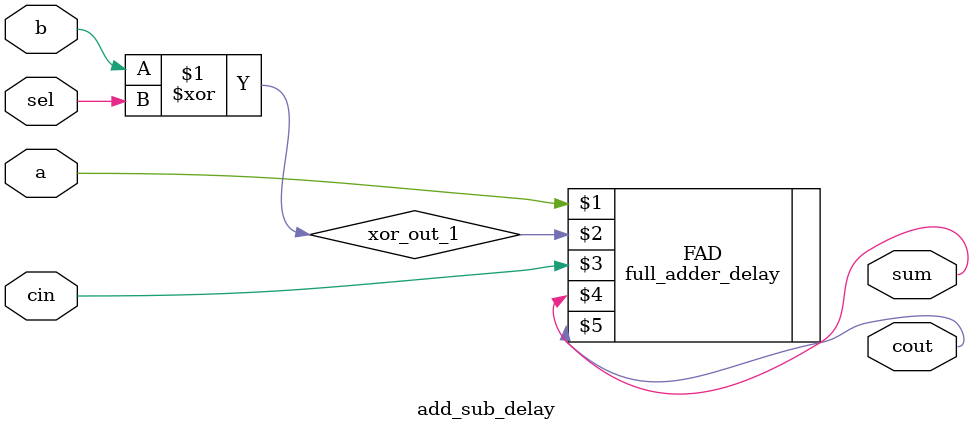
<source format=v>
`timescale 1 ns/1 ns

module add_sub_delay (
	input a ,
	input b ,
	input cin ,
	input sel ,
	output sum ,
	output cout
);
	
	wire xor_out_1;
	xor #10 xor_1(xor_out_1, b, sel);
	full_adder_delay FAD(a, xor_out_1, cin, sum, cout); 

endmodule

</source>
